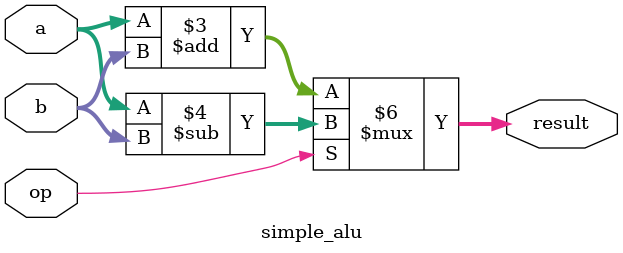
<source format=sv>
module simple_alu (
    input  logic [3:0] a,
    input  logic [3:0] b,
    input  logic       op, // 0 for add, 1 for sub
    output logic [4:0] result
);

    // always_comb ensures there are no accidental latches
    always_comb begin
        if (op == 1'b0) begin
            result = a + b;
        end else begin
            result = a - b;
        end
    end

endmodule


</source>
